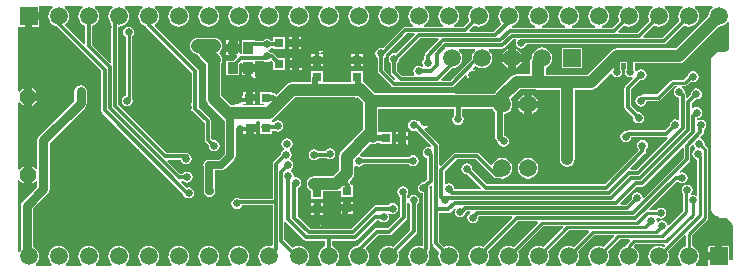
<source format=gbl>
G04 Layer_Physical_Order=2*
G04 Layer_Color=16711680*
%FSLAX24Y24*%
%MOIN*%
G70*
G01*
G75*
%ADD12R,0.0300X0.0300*%
%ADD24R,0.0300X0.0300*%
%ADD36C,0.0120*%
%ADD37C,0.0100*%
%ADD38C,0.0300*%
%ADD39C,0.0200*%
%ADD40C,0.0150*%
%ADD41C,0.0400*%
%ADD42C,0.0250*%
%ADD45C,0.0551*%
%ADD46C,0.0591*%
%ADD47R,0.0591X0.0591*%
%ADD48C,0.0250*%
%ADD49C,0.0260*%
%ADD50R,0.0335X0.0394*%
%ADD51C,0.0450*%
G36*
X22388Y4044D02*
Y3723D01*
X21071Y2407D01*
X21017Y2423D01*
X21010Y2460D01*
X20970Y2520D01*
X20910Y2560D01*
X20840Y2574D01*
X20770Y2560D01*
X20710Y2520D01*
X20670Y2460D01*
X20656Y2390D01*
X20661Y2369D01*
X20464Y2172D01*
X20306D01*
X20287Y2218D01*
X20836Y2768D01*
X21000D01*
X21000Y2768D01*
X21042Y2776D01*
X21079Y2801D01*
X22342Y4063D01*
X22388Y4044D01*
D02*
G37*
G36*
X22737Y4148D02*
X22740Y4130D01*
X22780Y4070D01*
X22782Y4069D01*
X22785Y4053D01*
X22778Y4012D01*
X22730Y3980D01*
X22690Y3920D01*
X22676Y3850D01*
X22690Y3780D01*
X22730Y3720D01*
X22790Y3680D01*
X22848Y3669D01*
Y2494D01*
X22798Y2468D01*
X22780Y2480D01*
X22710Y2494D01*
X22673Y2486D01*
X22670Y2489D01*
X22648Y2532D01*
X22680Y2580D01*
X22694Y2650D01*
X22680Y2720D01*
X22640Y2780D01*
X22580Y2820D01*
X22510Y2834D01*
X22440Y2820D01*
X22380Y2780D01*
X22340Y2720D01*
X22326Y2650D01*
X22340Y2580D01*
X22378Y2524D01*
Y1952D01*
X21911Y1486D01*
X21857Y1502D01*
X21850Y1540D01*
X21810Y1600D01*
X21750Y1640D01*
X21680Y1654D01*
X21610Y1640D01*
X21550Y1600D01*
X21536Y1579D01*
X21489Y1599D01*
X21494Y1620D01*
X21481Y1685D01*
X21482Y1694D01*
X21508Y1738D01*
X21517Y1739D01*
X21560Y1710D01*
X21630Y1696D01*
X21700Y1710D01*
X21760Y1750D01*
X21800Y1810D01*
X21814Y1880D01*
X21800Y1950D01*
X21760Y2010D01*
X21700Y2050D01*
X21630Y2064D01*
X21560Y2050D01*
X21500Y2010D01*
X21482Y1982D01*
X21270D01*
X21250Y2028D01*
X22154Y2932D01*
X22210Y2930D01*
X22270Y2890D01*
X22340Y2876D01*
X22410Y2890D01*
X22470Y2930D01*
X22510Y2990D01*
X22524Y3060D01*
X22510Y3130D01*
X22470Y3190D01*
X22410Y3230D01*
X22340Y3244D01*
X22285Y3233D01*
X22261Y3279D01*
X22579Y3597D01*
X22579Y3597D01*
X22604Y3634D01*
X22612Y3677D01*
Y4094D01*
X22683Y4164D01*
X22737Y4148D01*
D02*
G37*
G36*
X13222Y2237D02*
X13260Y2180D01*
X13278Y2168D01*
Y1326D01*
X12712Y761D01*
X12650Y786D01*
X12560Y798D01*
X12470Y786D01*
X12386Y752D01*
X12314Y696D01*
X12258Y624D01*
X12224Y540D01*
X12212Y450D01*
X12224Y360D01*
X12258Y276D01*
X12314Y204D01*
X12332Y190D01*
X12315Y140D01*
X11805D01*
X11788Y190D01*
X11806Y204D01*
X11862Y276D01*
X11896Y360D01*
X11908Y450D01*
X11896Y540D01*
X11862Y624D01*
X11806Y696D01*
X11802Y700D01*
X11798Y750D01*
X12206Y1158D01*
X12580D01*
X12580Y1158D01*
X12623Y1166D01*
X12659Y1191D01*
X13139Y1671D01*
X13139Y1671D01*
X13164Y1707D01*
X13172Y1750D01*
X13172Y1750D01*
Y2217D01*
X13218Y2238D01*
X13222Y2237D01*
D02*
G37*
G36*
X14802Y2033D02*
X14780Y2000D01*
X14766Y1930D01*
X14780Y1860D01*
X14820Y1800D01*
X14880Y1760D01*
X14950Y1746D01*
X15020Y1760D01*
X15080Y1800D01*
X15120Y1860D01*
X15130Y1911D01*
X15166Y1948D01*
X15257D01*
X15272Y1898D01*
X15230Y1870D01*
X15190Y1810D01*
X15176Y1740D01*
X15190Y1670D01*
X15230Y1610D01*
X15290Y1570D01*
X15360Y1556D01*
X15430Y1570D01*
X15490Y1610D01*
X15530Y1670D01*
X15544Y1740D01*
X15584Y1778D01*
X16664D01*
X16683Y1732D01*
X15712Y761D01*
X15650Y786D01*
X15560Y798D01*
X15470Y786D01*
X15386Y752D01*
X15314Y696D01*
X15258Y624D01*
X15224Y540D01*
X15212Y450D01*
X15224Y360D01*
X15258Y276D01*
X15314Y204D01*
X15332Y190D01*
X15315Y140D01*
X14805D01*
X14788Y190D01*
X14806Y204D01*
X14862Y276D01*
X14896Y360D01*
X14908Y450D01*
X14896Y540D01*
X14862Y624D01*
X14806Y696D01*
X14734Y752D01*
X14650Y786D01*
X14560Y798D01*
X14470Y786D01*
X14408Y761D01*
X14242Y926D01*
Y1898D01*
X14550D01*
X14550Y1898D01*
X14593Y1906D01*
X14629Y1931D01*
X14764Y2065D01*
X14802Y2033D01*
D02*
G37*
G36*
X15439Y7318D02*
X15424Y7306D01*
X15368Y7234D01*
X15334Y7150D01*
X15322Y7060D01*
X15328Y7016D01*
X14614Y6302D01*
X14336D01*
X14317Y6348D01*
X14682Y6713D01*
X14760Y6724D01*
X14844Y6758D01*
X14916Y6814D01*
X14972Y6886D01*
X15006Y6970D01*
X15018Y7060D01*
X15006Y7150D01*
X14972Y7234D01*
X14916Y7306D01*
X14901Y7318D01*
X14918Y7368D01*
X15422D01*
X15439Y7318D01*
D02*
G37*
G36*
X13423Y7832D02*
X12802Y7211D01*
X12740Y7224D01*
X12670Y7210D01*
X12610Y7170D01*
X12570Y7110D01*
X12556Y7040D01*
X12570Y6970D01*
X12610Y6910D01*
X12628Y6898D01*
Y6580D01*
X12628Y6580D01*
X12636Y6537D01*
X12661Y6501D01*
X12777Y6384D01*
X12761Y6330D01*
X12751Y6328D01*
X12412Y6666D01*
Y7068D01*
X12430Y7080D01*
X12470Y7140D01*
X12480Y7191D01*
X13166Y7878D01*
X13404D01*
X13423Y7832D01*
D02*
G37*
G36*
X2358Y8730D02*
X2314Y8696D01*
X2258Y8624D01*
X2224Y8540D01*
X2212Y8450D01*
X2224Y8360D01*
X2258Y8276D01*
X2314Y8204D01*
X2386Y8148D01*
X2448Y8123D01*
Y7536D01*
X2402Y7517D01*
X1781Y8137D01*
X1785Y8187D01*
X1806Y8204D01*
X1862Y8276D01*
X1896Y8360D01*
X1908Y8450D01*
X1896Y8540D01*
X1862Y8624D01*
X1806Y8696D01*
X1762Y8730D01*
X1779Y8780D01*
X2341D01*
X2358Y8730D01*
D02*
G37*
G36*
X14233Y7662D02*
X13781Y7210D01*
X13756Y7173D01*
X13748Y7130D01*
X13748Y7130D01*
Y7048D01*
X13730Y7036D01*
X13690Y6977D01*
X13676Y6906D01*
X13690Y6836D01*
X13719Y6794D01*
X13683Y6757D01*
X13640Y6786D01*
X13570Y6800D01*
X13500Y6786D01*
X13440Y6746D01*
X13400Y6687D01*
X13386Y6616D01*
X13400Y6546D01*
X13417Y6522D01*
X13390Y6472D01*
X13006D01*
X12852Y6626D01*
Y6898D01*
X12870Y6910D01*
X12910Y6970D01*
X12917Y7009D01*
X13616Y7708D01*
X14213D01*
X14233Y7662D01*
D02*
G37*
G36*
X3358Y8730D02*
X3314Y8696D01*
X3258Y8624D01*
X3224Y8540D01*
X3212Y8450D01*
X3224Y8360D01*
X3258Y8276D01*
X3314Y8204D01*
X3318Y8201D01*
Y6915D01*
X3272Y6896D01*
X2672Y7496D01*
Y8123D01*
X2734Y8148D01*
X2806Y8204D01*
X2862Y8276D01*
X2896Y8360D01*
X2908Y8450D01*
X2896Y8540D01*
X2862Y8624D01*
X2806Y8696D01*
X2762Y8730D01*
X2779Y8780D01*
X3341D01*
X3358Y8730D01*
D02*
G37*
G36*
X20598Y962D02*
X20488Y852D01*
X20466Y819D01*
X20458Y782D01*
X20386Y752D01*
X20314Y696D01*
X20258Y624D01*
X20224Y540D01*
X20212Y450D01*
X20224Y360D01*
X20258Y276D01*
X20314Y204D01*
X20332Y190D01*
X20315Y140D01*
X19805D01*
X19788Y190D01*
X19806Y204D01*
X19862Y276D01*
X19896Y360D01*
X19908Y450D01*
X19896Y540D01*
X19866Y612D01*
X20262Y1008D01*
X20579D01*
X20598Y962D01*
D02*
G37*
G36*
X22458Y1133D02*
Y781D01*
X22386Y752D01*
X22314Y696D01*
X22258Y624D01*
X22224Y540D01*
X22212Y450D01*
X22224Y360D01*
X22258Y276D01*
X22314Y204D01*
X22332Y190D01*
X22315Y140D01*
X21805D01*
X21788Y190D01*
X21806Y204D01*
X21862Y276D01*
X21896Y360D01*
X21908Y450D01*
X21896Y540D01*
X21866Y612D01*
X22408Y1154D01*
X22458Y1133D01*
D02*
G37*
G36*
X9733Y999D02*
X9733Y999D01*
X9769Y974D01*
X9812Y966D01*
X9812Y966D01*
X10448D01*
Y777D01*
X10386Y752D01*
X10314Y696D01*
X10258Y624D01*
X10224Y540D01*
X10212Y450D01*
X10224Y360D01*
X10258Y276D01*
X10314Y204D01*
X10332Y190D01*
X10315Y140D01*
X9805D01*
X9788Y190D01*
X9806Y204D01*
X9862Y276D01*
X9896Y360D01*
X9908Y450D01*
X9896Y540D01*
X9862Y624D01*
X9806Y696D01*
X9734Y752D01*
X9650Y786D01*
X9560Y798D01*
X9470Y786D01*
X9386Y752D01*
X9358Y730D01*
X9082Y1006D01*
Y1583D01*
X9126Y1599D01*
X9132Y1599D01*
X9733Y999D01*
D02*
G37*
G36*
X14018Y2804D02*
Y880D01*
X14018Y880D01*
X14026Y837D01*
X14051Y801D01*
X14249Y602D01*
X14224Y540D01*
X14212Y450D01*
X14224Y360D01*
X14258Y276D01*
X14314Y204D01*
X14332Y190D01*
X14315Y140D01*
X13805D01*
X13788Y190D01*
X13806Y204D01*
X13862Y276D01*
X13896Y360D01*
X13908Y450D01*
X13896Y540D01*
X13871Y602D01*
X13889Y621D01*
X13889Y621D01*
X13914Y657D01*
X13922Y700D01*
Y2730D01*
X13915Y2766D01*
X13972Y2823D01*
X14018Y2804D01*
D02*
G37*
G36*
X21768Y802D02*
X21722Y756D01*
X21650Y786D01*
X21560Y798D01*
X21470Y786D01*
X21386Y752D01*
X21314Y696D01*
X21258Y624D01*
X21224Y540D01*
X21212Y450D01*
X21224Y360D01*
X21258Y276D01*
X21314Y204D01*
X21332Y190D01*
X21315Y140D01*
X20805D01*
X20788Y190D01*
X20806Y204D01*
X20862Y276D01*
X20896Y360D01*
X20908Y450D01*
X20896Y540D01*
X20862Y624D01*
X20806Y696D01*
X20741Y746D01*
X20728Y782D01*
X20724Y800D01*
X20772Y848D01*
X21749D01*
X21768Y802D01*
D02*
G37*
G36*
X19228Y1262D02*
X18722Y756D01*
X18650Y786D01*
X18560Y798D01*
X18470Y786D01*
X18386Y752D01*
X18314Y696D01*
X18258Y624D01*
X18224Y540D01*
X18212Y450D01*
X18224Y360D01*
X18258Y276D01*
X18314Y204D01*
X18332Y190D01*
X18315Y140D01*
X17805D01*
X17788Y190D01*
X17806Y204D01*
X17862Y276D01*
X17896Y360D01*
X17908Y450D01*
X17896Y540D01*
X17866Y612D01*
X18562Y1308D01*
X19209D01*
X19228Y1262D01*
D02*
G37*
G36*
X20078Y1112D02*
X19722Y756D01*
X19650Y786D01*
X19560Y798D01*
X19470Y786D01*
X19386Y752D01*
X19314Y696D01*
X19258Y624D01*
X19224Y540D01*
X19212Y450D01*
X19224Y360D01*
X19258Y276D01*
X19314Y204D01*
X19332Y190D01*
X19315Y140D01*
X18805D01*
X18788Y190D01*
X18806Y204D01*
X18862Y276D01*
X18896Y360D01*
X18908Y450D01*
X18896Y540D01*
X18866Y612D01*
X19412Y1158D01*
X20059D01*
X20078Y1112D01*
D02*
G37*
G36*
X17527Y1562D02*
X16722Y756D01*
X16650Y786D01*
X16560Y798D01*
X16470Y786D01*
X16386Y752D01*
X16314Y696D01*
X16258Y624D01*
X16224Y540D01*
X16212Y450D01*
X16224Y360D01*
X16258Y276D01*
X16314Y204D01*
X16332Y190D01*
X16315Y140D01*
X15805D01*
X15788Y190D01*
X15806Y204D01*
X15862Y276D01*
X15896Y360D01*
X15908Y450D01*
X15896Y540D01*
X15871Y602D01*
X16876Y1608D01*
X17508D01*
X17527Y1562D01*
D02*
G37*
G36*
X18378Y1412D02*
X17722Y756D01*
X17650Y786D01*
X17560Y798D01*
X17470Y786D01*
X17386Y752D01*
X17314Y696D01*
X17258Y624D01*
X17224Y540D01*
X17212Y450D01*
X17224Y360D01*
X17258Y276D01*
X17314Y204D01*
X17332Y190D01*
X17315Y140D01*
X16805D01*
X16788Y190D01*
X16806Y204D01*
X16862Y276D01*
X16896Y360D01*
X16908Y450D01*
X16896Y540D01*
X16866Y612D01*
X17712Y1458D01*
X18359D01*
X18378Y1412D01*
D02*
G37*
G36*
X20358Y8730D02*
X20314Y8696D01*
X20258Y8624D01*
X20224Y8540D01*
X20212Y8450D01*
X20224Y8360D01*
X20249Y8298D01*
X20024Y8072D01*
X19681D01*
X19671Y8122D01*
X19734Y8148D01*
X19806Y8204D01*
X19862Y8276D01*
X19896Y8360D01*
X19908Y8450D01*
X19896Y8540D01*
X19862Y8624D01*
X19806Y8696D01*
X19762Y8730D01*
X19779Y8780D01*
X20341D01*
X20358Y8730D01*
D02*
G37*
G36*
X16358D02*
X16314Y8696D01*
X16258Y8624D01*
X16224Y8540D01*
X16212Y8450D01*
X16224Y8360D01*
X16258Y8276D01*
X16314Y8204D01*
X16315Y8184D01*
X16064Y7932D01*
X15266D01*
X15247Y7978D01*
X15408Y8139D01*
X15470Y8114D01*
X15560Y8102D01*
X15650Y8114D01*
X15734Y8148D01*
X15806Y8204D01*
X15862Y8276D01*
X15896Y8360D01*
X15908Y8450D01*
X15896Y8540D01*
X15862Y8624D01*
X15806Y8696D01*
X15762Y8730D01*
X15779Y8780D01*
X16341D01*
X16358Y8730D01*
D02*
G37*
G36*
X21358D02*
X21314Y8696D01*
X21258Y8624D01*
X21224Y8540D01*
X21212Y8450D01*
X21224Y8360D01*
X21249Y8298D01*
X20854Y7902D01*
X20236D01*
X20217Y7948D01*
X20408Y8139D01*
X20470Y8114D01*
X20560Y8102D01*
X20650Y8114D01*
X20734Y8148D01*
X20806Y8204D01*
X20862Y8276D01*
X20896Y8360D01*
X20908Y8450D01*
X20896Y8540D01*
X20862Y8624D01*
X20806Y8696D01*
X20762Y8730D01*
X20779Y8780D01*
X21341D01*
X21358Y8730D01*
D02*
G37*
G36*
X17358D02*
X17314Y8696D01*
X17258Y8624D01*
X17224Y8540D01*
X17212Y8450D01*
X17224Y8360D01*
X17258Y8276D01*
X17314Y8204D01*
X17386Y8148D01*
X17449Y8122D01*
X17439Y8072D01*
X16681D01*
X16671Y8122D01*
X16734Y8148D01*
X16806Y8204D01*
X16862Y8276D01*
X16896Y8360D01*
X16908Y8450D01*
X16896Y8540D01*
X16862Y8624D01*
X16806Y8696D01*
X16762Y8730D01*
X16779Y8780D01*
X17341D01*
X17358Y8730D01*
D02*
G37*
G36*
X18358D02*
X18314Y8696D01*
X18258Y8624D01*
X18224Y8540D01*
X18212Y8450D01*
X18224Y8360D01*
X18258Y8276D01*
X18314Y8204D01*
X18386Y8148D01*
X18449Y8122D01*
X18439Y8072D01*
X17681D01*
X17671Y8122D01*
X17734Y8148D01*
X17806Y8204D01*
X17862Y8276D01*
X17896Y8360D01*
X17908Y8450D01*
X17896Y8540D01*
X17862Y8624D01*
X17806Y8696D01*
X17762Y8730D01*
X17779Y8780D01*
X18341D01*
X18358Y8730D01*
D02*
G37*
G36*
X19358D02*
X19314Y8696D01*
X19258Y8624D01*
X19224Y8540D01*
X19212Y8450D01*
X19224Y8360D01*
X19258Y8276D01*
X19314Y8204D01*
X19386Y8148D01*
X19449Y8122D01*
X19439Y8072D01*
X18681D01*
X18671Y8122D01*
X18734Y8148D01*
X18806Y8204D01*
X18862Y8276D01*
X18896Y8360D01*
X18908Y8450D01*
X18896Y8540D01*
X18862Y8624D01*
X18806Y8696D01*
X18762Y8730D01*
X18779Y8780D01*
X19341D01*
X19358Y8730D01*
D02*
G37*
G36*
X14358D02*
X14314Y8696D01*
X14258Y8624D01*
X14224Y8540D01*
X14212Y8450D01*
X14224Y8360D01*
X14258Y8276D01*
X14314Y8204D01*
X14381Y8152D01*
X14381Y8136D01*
X14367Y8102D01*
X13753D01*
X13739Y8136D01*
X13739Y8152D01*
X13806Y8204D01*
X13862Y8276D01*
X13896Y8360D01*
X13908Y8450D01*
X13896Y8540D01*
X13862Y8624D01*
X13806Y8696D01*
X13762Y8730D01*
X13779Y8780D01*
X14341D01*
X14358Y8730D01*
D02*
G37*
G36*
X15358D02*
X15314Y8696D01*
X15258Y8624D01*
X15224Y8540D01*
X15212Y8450D01*
X15224Y8360D01*
X15249Y8298D01*
X15054Y8102D01*
X14753D01*
X14739Y8136D01*
X14739Y8152D01*
X14806Y8204D01*
X14862Y8276D01*
X14896Y8360D01*
X14908Y8450D01*
X14896Y8540D01*
X14862Y8624D01*
X14806Y8696D01*
X14762Y8730D01*
X14779Y8780D01*
X15341D01*
X15358Y8730D01*
D02*
G37*
G36*
X23358D02*
X23314Y8696D01*
X23258Y8624D01*
X23224Y8540D01*
X23214Y8464D01*
X22134Y7385D01*
X20180D01*
X20082Y7365D01*
X20000Y7310D01*
X19194Y6505D01*
X17795D01*
Y6738D01*
X17844Y6758D01*
X17916Y6814D01*
X17972Y6886D01*
X18006Y6970D01*
X18018Y7060D01*
X18006Y7150D01*
X17972Y7234D01*
X17916Y7306D01*
X17844Y7362D01*
X17760Y7396D01*
X17670Y7408D01*
X17580Y7396D01*
X17496Y7362D01*
X17424Y7306D01*
X17368Y7234D01*
X17334Y7150D01*
X17322Y7060D01*
X17322Y7054D01*
X17305Y7028D01*
X17285Y6930D01*
Y6525D01*
X16830D01*
X16732Y6505D01*
X16650Y6450D01*
X16130Y5930D01*
X16086Y5865D01*
X14810D01*
X14760Y5875D01*
X12116D01*
X11800Y6190D01*
X11720Y6244D01*
Y6630D01*
X11320D01*
Y6255D01*
X10370D01*
Y6630D01*
X9970D01*
Y6395D01*
X9967Y6380D01*
Y6255D01*
X9340D01*
X9242Y6235D01*
X9160Y6180D01*
X8813Y5833D01*
X8798Y5848D01*
X8749Y5881D01*
X8690Y5893D01*
X8670D01*
Y5940D01*
X8270D01*
Y5540D01*
X8413D01*
X8438Y5490D01*
X8427Y5475D01*
X7740D01*
X7711Y5525D01*
X7720Y5540D01*
X7720Y5540D01*
X7720Y5540D01*
X7795D01*
Y5740D01*
Y5940D01*
X7720D01*
Y5818D01*
X7705Y5808D01*
X7675Y5798D01*
Y5660D01*
X7550D01*
Y5535D01*
X7417D01*
X7420Y5530D01*
X7428Y5525D01*
X7413Y5475D01*
X7316D01*
X6985Y5806D01*
Y6887D01*
X6998Y6918D01*
X7007Y6990D01*
X6998Y7062D01*
X6970Y7129D01*
X6926Y7186D01*
X6919Y7193D01*
X6922Y7243D01*
X6934Y7253D01*
X6978Y7310D01*
X7006Y7377D01*
X7016Y7449D01*
X7006Y7521D01*
X6978Y7587D01*
X6934Y7645D01*
X6877Y7689D01*
X6810Y7717D01*
X6738Y7726D01*
X6208D01*
X6136Y7717D01*
X6070Y7689D01*
X6012Y7645D01*
X5968Y7587D01*
X5940Y7521D01*
X5931Y7449D01*
X5940Y7377D01*
X5968Y7310D01*
X6012Y7253D01*
X6070Y7209D01*
X6136Y7181D01*
X6205Y7172D01*
X6230Y7111D01*
X6274Y7054D01*
X6475Y6853D01*
Y5700D01*
X6495Y5602D01*
X6550Y5520D01*
X7100Y4970D01*
X7102Y4969D01*
Y3864D01*
X6906Y3668D01*
X6586D01*
X6560Y3674D01*
X6490Y3660D01*
X6430Y3620D01*
X6390Y3560D01*
X6376Y3490D01*
X6390Y3420D01*
X6402Y3403D01*
Y2620D01*
X6415Y2552D01*
X6419Y2546D01*
X6420Y2540D01*
X6460Y2480D01*
X6520Y2440D01*
X6590Y2426D01*
X6660Y2440D01*
X6720Y2480D01*
X6760Y2540D01*
X6774Y2610D01*
X6760Y2680D01*
X6758Y2682D01*
Y3312D01*
X6980D01*
X7048Y3325D01*
X7106Y3364D01*
X7406Y3664D01*
X7445Y3722D01*
X7458Y3790D01*
Y4491D01*
X7465Y4495D01*
Y4680D01*
X7715D01*
Y4528D01*
X7730Y4530D01*
X7730Y4530D01*
X7730Y4530D01*
X7805D01*
Y4730D01*
X7930D01*
Y4855D01*
X8130D01*
Y4930D01*
X8165Y4965D01*
X8245D01*
X8280Y4930D01*
X8280Y4915D01*
Y4798D01*
X8276Y4793D01*
X8268Y4750D01*
X8276Y4707D01*
X8280Y4702D01*
Y4530D01*
X8680D01*
Y4638D01*
X8764D01*
X8790Y4620D01*
X8860Y4606D01*
X8930Y4620D01*
X8990Y4660D01*
X9030Y4720D01*
X9044Y4790D01*
X9030Y4860D01*
X8990Y4920D01*
X8930Y4960D01*
X8860Y4974D01*
X8790Y4960D01*
X8730Y4920D01*
X8730Y4919D01*
X8680Y4930D01*
D01*
X8668Y4936D01*
X8664Y4955D01*
X8667Y4991D01*
X8740Y5040D01*
X9446Y5745D01*
X11437D01*
X11480Y5736D01*
X11523Y5745D01*
X11524D01*
X11705Y5564D01*
Y4676D01*
X10980Y3950D01*
X10925Y3868D01*
X10905Y3770D01*
Y3316D01*
X10708Y3119D01*
X10076D01*
X9979Y3099D01*
X9896Y3044D01*
X9841Y2961D01*
X9821Y2864D01*
X9841Y2766D01*
X9896Y2683D01*
X9979Y2628D01*
X9980Y2628D01*
Y2360D01*
X10380D01*
Y2609D01*
X10814D01*
X10911Y2628D01*
X10926Y2638D01*
X10970Y2614D01*
Y2420D01*
X11370D01*
Y2820D01*
X11297D01*
X11288Y2869D01*
X11263Y2906D01*
X11264Y2910D01*
X11256Y2946D01*
X11340Y3030D01*
X11395Y3112D01*
X11415Y3210D01*
Y3440D01*
X11465Y3467D01*
X11490Y3450D01*
X11560Y3436D01*
X11630Y3450D01*
X11690Y3490D01*
X11715Y3528D01*
X13238D01*
X13250Y3510D01*
X13310Y3470D01*
X13380Y3456D01*
X13450Y3470D01*
X13510Y3510D01*
X13550Y3570D01*
X13564Y3640D01*
X13550Y3710D01*
X13510Y3770D01*
X13450Y3810D01*
X13380Y3824D01*
X13310Y3810D01*
X13250Y3770D01*
X13238Y3752D01*
X11686D01*
X11630Y3790D01*
X11614Y3793D01*
X11598Y3847D01*
X11948Y4197D01*
X11960Y4195D01*
X11962Y4196D01*
X11970Y4190D01*
X12040Y4176D01*
X12110Y4190D01*
X12170Y4230D01*
X12174Y4237D01*
X12260D01*
Y4190D01*
X12660D01*
Y4590D01*
X12260D01*
X12260Y4590D01*
Y4590D01*
X12260Y4590D01*
X12215Y4602D01*
Y5365D01*
X14720D01*
X14743Y5361D01*
Y5141D01*
X14740Y5140D01*
X14700Y5080D01*
X14686Y5010D01*
X14700Y4940D01*
X14740Y4880D01*
X14800Y4840D01*
X14870Y4826D01*
X14940Y4840D01*
X15000Y4880D01*
X15040Y4940D01*
X15054Y5010D01*
X15040Y5080D01*
X15000Y5140D01*
X14997Y5141D01*
Y5355D01*
X16029D01*
X16035Y5339D01*
X16091Y5267D01*
X16114Y5249D01*
Y4403D01*
X16126Y4345D01*
X16159Y4295D01*
X16215Y4239D01*
X16220Y4210D01*
X16260Y4150D01*
X16320Y4110D01*
X16390Y4096D01*
X16460Y4110D01*
X16520Y4150D01*
X16560Y4210D01*
X16574Y4280D01*
X16560Y4350D01*
X16520Y4410D01*
X16460Y4450D01*
X16431Y4455D01*
X16420Y4466D01*
Y5176D01*
X16427Y5177D01*
X16511Y5211D01*
X16583Y5267D01*
X16639Y5339D01*
X16673Y5423D01*
X16685Y5513D01*
X16673Y5603D01*
X16639Y5687D01*
X16625Y5705D01*
X16935Y6015D01*
X17442D01*
X17442Y6015D01*
X17540Y5995D01*
X18255D01*
Y3680D01*
X18275Y3582D01*
X18330Y3500D01*
X18412Y3444D01*
X18510Y3425D01*
X18608Y3444D01*
X18690Y3500D01*
X18745Y3582D01*
X18765Y3680D01*
Y5995D01*
X19300D01*
X19398Y6015D01*
X19480Y6070D01*
X19943Y6532D01*
X19999Y6517D01*
X20030Y6470D01*
X20090Y6430D01*
X20160Y6416D01*
X20230Y6430D01*
X20290Y6470D01*
X20330Y6530D01*
X20344Y6600D01*
X20330Y6670D01*
X20313Y6695D01*
Y6875D01*
X20467D01*
Y6710D01*
X20440Y6670D01*
X20426Y6600D01*
X20440Y6530D01*
X20480Y6470D01*
X20540Y6430D01*
X20610Y6416D01*
X20669Y6428D01*
X20698Y6388D01*
X20698Y6387D01*
X20451Y6139D01*
X20426Y6103D01*
X20418Y6060D01*
X20418Y6060D01*
Y5430D01*
X20418Y5430D01*
X20426Y5387D01*
X20451Y5351D01*
X20711Y5091D01*
X20706Y5070D01*
X20720Y5000D01*
X20760Y4940D01*
X20820Y4900D01*
X20890Y4886D01*
X20960Y4900D01*
X21020Y4940D01*
X21060Y5000D01*
X21074Y5070D01*
X21060Y5140D01*
X21020Y5200D01*
X20960Y5240D01*
X20890Y5254D01*
X20869Y5249D01*
X20642Y5476D01*
Y6014D01*
X20949Y6321D01*
X20970Y6316D01*
X21040Y6330D01*
X21100Y6370D01*
X21140Y6430D01*
X21154Y6500D01*
X21140Y6570D01*
X21100Y6630D01*
X21040Y6670D01*
X20970Y6684D01*
X20900Y6670D01*
X20840Y6630D01*
X20839Y6628D01*
X20786Y6638D01*
X20780Y6670D01*
X20773Y6680D01*
Y6875D01*
X22240D01*
X22338Y6895D01*
X22420Y6950D01*
X23574Y8104D01*
X23650Y8114D01*
X23734Y8148D01*
X23806Y8204D01*
X23860Y8274D01*
X23865Y8274D01*
X23910Y8258D01*
Y7360D01*
X23856Y7306D01*
X23830Y7295D01*
X23730Y7270D01*
X23700Y7261D01*
X23680Y7258D01*
X23630Y7258D01*
Y7258D01*
X23543Y7246D01*
X23461Y7213D01*
X23391Y7159D01*
X23337Y7089D01*
X23304Y7007D01*
X23292Y6920D01*
X23294D01*
Y2129D01*
X23297Y2114D01*
X23309Y2023D01*
X23349Y1924D01*
X23414Y1840D01*
X23499Y1775D01*
X23597Y1734D01*
X23703Y1720D01*
Y1720D01*
X23705Y1721D01*
X23795Y1710D01*
X23880Y1674D01*
X23953Y1618D01*
X24009Y1545D01*
X24040Y1470D01*
X24040Y1470D01*
X24040Y340D01*
X23910D01*
X23905Y388D01*
Y795D01*
X23685D01*
Y450D01*
X23560D01*
Y325D01*
X23215D01*
Y140D01*
X22805D01*
X22788Y190D01*
X22806Y204D01*
X22862Y276D01*
X22896Y360D01*
X22908Y450D01*
X22896Y540D01*
X22862Y624D01*
X22806Y696D01*
X22734Y752D01*
X22662Y781D01*
Y1138D01*
X23172Y1648D01*
X23194Y1681D01*
X23202Y1720D01*
Y4010D01*
X23194Y4049D01*
X23172Y4082D01*
X23087Y4167D01*
X23094Y4200D01*
X23080Y4270D01*
X23040Y4330D01*
X22980Y4370D01*
X22962Y4373D01*
X22946Y4427D01*
X23029Y4511D01*
X23029Y4511D01*
X23054Y4547D01*
X23062Y4590D01*
X23062Y4590D01*
Y4672D01*
X23090Y4690D01*
X23130Y4750D01*
X23144Y4820D01*
X23130Y4890D01*
X23090Y4950D01*
X23030Y4990D01*
X22960Y5004D01*
X22890Y4990D01*
X22876Y4981D01*
X22832Y5004D01*
Y5057D01*
X22900Y5070D01*
X22960Y5110D01*
X23000Y5170D01*
X23014Y5240D01*
X23000Y5310D01*
X22960Y5370D01*
X22900Y5410D01*
X22830Y5424D01*
X22760Y5410D01*
X22712Y5378D01*
X22662Y5396D01*
Y5544D01*
X22799Y5681D01*
X22820Y5676D01*
X22890Y5690D01*
X22950Y5730D01*
X22990Y5790D01*
X23004Y5860D01*
X22990Y5930D01*
X22950Y5990D01*
X22890Y6030D01*
X22820Y6044D01*
X22750Y6030D01*
X22690Y5990D01*
X22650Y5930D01*
X22636Y5860D01*
X22641Y5839D01*
X22518Y5717D01*
X22472Y5736D01*
Y5810D01*
X22464Y5853D01*
X22439Y5889D01*
X22439Y5889D01*
X22429Y5899D01*
X22434Y5920D01*
X22420Y5990D01*
X22380Y6050D01*
X22330Y6083D01*
X22338Y6133D01*
X22435D01*
X22474Y6141D01*
X22507Y6163D01*
X22625Y6281D01*
X22640Y6270D01*
X22710Y6256D01*
X22780Y6270D01*
X22840Y6310D01*
X22880Y6370D01*
X22894Y6440D01*
X22880Y6510D01*
X22840Y6570D01*
X22780Y6610D01*
X22710Y6624D01*
X22640Y6610D01*
X22580Y6570D01*
X22540Y6510D01*
X22534Y6478D01*
X22393Y6337D01*
X22035D01*
X21996Y6329D01*
X21963Y6307D01*
X21498Y5842D01*
X21050D01*
X21011Y5834D01*
X20978Y5812D01*
X20969Y5803D01*
X20900Y5790D01*
X20840Y5750D01*
X20800Y5690D01*
X20786Y5620D01*
X20800Y5550D01*
X20840Y5490D01*
X20900Y5450D01*
X20970Y5436D01*
X21040Y5450D01*
X21100Y5490D01*
X21140Y5550D01*
X21154Y5620D01*
X21168Y5638D01*
X21540D01*
X21579Y5646D01*
X21612Y5668D01*
X22077Y6133D01*
X22162D01*
X22170Y6083D01*
X22120Y6050D01*
X22080Y5990D01*
X22066Y5920D01*
X22080Y5850D01*
X22120Y5790D01*
X22180Y5750D01*
X22248Y5737D01*
Y5014D01*
X22204Y4991D01*
X22190Y5000D01*
X22120Y5014D01*
X22050Y5000D01*
X21990Y4960D01*
X21950Y4900D01*
X21936Y4830D01*
X21941Y4809D01*
X21774Y4642D01*
X20550D01*
X20507Y4634D01*
X20485Y4619D01*
X20460Y4624D01*
X20390Y4610D01*
X20330Y4570D01*
X20290Y4510D01*
X20276Y4440D01*
X20290Y4370D01*
X20330Y4310D01*
X20390Y4270D01*
X20460Y4256D01*
X20530Y4270D01*
X20590Y4310D01*
X20630Y4370D01*
X20639Y4418D01*
X21820D01*
X21820Y4418D01*
X21829Y4420D01*
X21854Y4374D01*
X20812Y3332D01*
X20636D01*
X20616Y3378D01*
X21099Y3861D01*
X21099Y3861D01*
X21124Y3898D01*
X21132Y3941D01*
Y3998D01*
X21150Y4010D01*
X21190Y4070D01*
X21204Y4140D01*
X21190Y4210D01*
X21150Y4270D01*
X21090Y4310D01*
X21020Y4324D01*
X20950Y4310D01*
X20890Y4270D01*
X20850Y4210D01*
X20836Y4140D01*
X20850Y4070D01*
X20890Y4010D01*
X20879Y3958D01*
X19773Y2852D01*
X15836D01*
X15339Y3349D01*
X15344Y3370D01*
X15330Y3440D01*
X15290Y3500D01*
X15230Y3540D01*
X15160Y3554D01*
X15090Y3540D01*
X15030Y3500D01*
X14990Y3440D01*
X14976Y3370D01*
X14990Y3300D01*
X15030Y3240D01*
X15090Y3200D01*
X15160Y3186D01*
X15181Y3191D01*
X15643Y2728D01*
X15624Y2682D01*
X14750D01*
X14744Y2690D01*
X14730Y2760D01*
X14690Y2820D01*
X14630Y2860D01*
X14560Y2874D01*
X14490Y2860D01*
X14476Y2851D01*
X14432Y2874D01*
Y3284D01*
X14826Y3678D01*
X15464D01*
X16064Y3078D01*
X16064Y3078D01*
X16100Y3053D01*
X16143Y3045D01*
X16143Y3045D01*
X16267D01*
X16276Y3047D01*
X16337Y3039D01*
X16427Y3051D01*
X16511Y3085D01*
X16583Y3141D01*
X16639Y3213D01*
X16673Y3297D01*
X16685Y3387D01*
X16673Y3477D01*
X16639Y3561D01*
X16583Y3633D01*
X16511Y3689D01*
X16427Y3723D01*
X16337Y3735D01*
X16247Y3723D01*
X16163Y3689D01*
X16091Y3633D01*
X16035Y3561D01*
X16016Y3514D01*
X15957Y3502D01*
X15589Y3869D01*
X15553Y3894D01*
X15510Y3902D01*
X15510Y3902D01*
X14780D01*
X14737Y3894D01*
X14701Y3869D01*
X14701Y3869D01*
X14288Y3457D01*
X14242Y3476D01*
Y4140D01*
X14242Y4140D01*
X14234Y4183D01*
X14209Y4219D01*
X14209Y4219D01*
X13751Y4678D01*
X13767Y4732D01*
X13810Y4740D01*
X13870Y4780D01*
X13873Y4785D01*
X13740D01*
Y4910D01*
X13615D01*
Y5043D01*
X13610Y5040D01*
X13570Y4980D01*
X13566Y4960D01*
X13546Y4951D01*
X13512Y4945D01*
X13460Y4980D01*
X13390Y4994D01*
X13320Y4980D01*
X13260Y4940D01*
X13220Y4880D01*
X13206Y4810D01*
X13220Y4740D01*
X13260Y4680D01*
X13320Y4640D01*
X13390Y4626D01*
X13460Y4640D01*
X13467Y4645D01*
X13988Y4124D01*
X13987Y4115D01*
X13979Y4108D01*
X13931Y4083D01*
X13880Y4094D01*
X13810Y4080D01*
X13750Y4040D01*
X13710Y3980D01*
X13696Y3910D01*
X13710Y3840D01*
X13750Y3780D01*
X13810Y3740D01*
X13848Y3733D01*
Y3016D01*
X13741Y2909D01*
X13720Y2914D01*
X13650Y2900D01*
X13590Y2860D01*
X13550Y2800D01*
X13536Y2730D01*
X13550Y2660D01*
X13590Y2600D01*
X13650Y2560D01*
X13698Y2551D01*
Y812D01*
X13661Y787D01*
X13648Y787D01*
X13560Y798D01*
X13470Y786D01*
X13386Y752D01*
X13314Y696D01*
X13258Y624D01*
X13224Y540D01*
X13212Y450D01*
X13224Y360D01*
X13258Y276D01*
X13314Y204D01*
X13332Y190D01*
X13315Y140D01*
X12805D01*
X12788Y190D01*
X12806Y204D01*
X12862Y276D01*
X12896Y360D01*
X12908Y450D01*
X12896Y540D01*
X12871Y602D01*
X13469Y1201D01*
X13469Y1201D01*
X13494Y1237D01*
X13502Y1280D01*
Y2168D01*
X13520Y2180D01*
X13560Y2240D01*
X13574Y2310D01*
X13560Y2380D01*
X13520Y2440D01*
X13460Y2480D01*
X13390Y2494D01*
X13320Y2480D01*
X13260Y2440D01*
X13222Y2383D01*
X13218Y2382D01*
X13172Y2403D01*
Y2489D01*
X13200Y2530D01*
X13214Y2600D01*
X13200Y2670D01*
X13160Y2730D01*
X13100Y2770D01*
X13030Y2784D01*
X12960Y2770D01*
X12900Y2730D01*
X12860Y2670D01*
X12846Y2600D01*
X12860Y2530D01*
X12900Y2470D01*
X12948Y2438D01*
Y1796D01*
X12534Y1382D01*
X12160D01*
X12160Y1382D01*
X12117Y1374D01*
X12081Y1349D01*
X12081Y1349D01*
X11525Y794D01*
X11470Y786D01*
X11386Y752D01*
X11314Y696D01*
X11258Y624D01*
X11224Y540D01*
X11212Y450D01*
X11224Y360D01*
X11258Y276D01*
X11314Y204D01*
X11332Y190D01*
X11315Y140D01*
X10805D01*
X10788Y190D01*
X10806Y204D01*
X10862Y276D01*
X10896Y360D01*
X10908Y450D01*
X10896Y540D01*
X10862Y624D01*
X10806Y696D01*
X10734Y752D01*
X10672Y777D01*
Y966D01*
X11428D01*
X11428Y966D01*
X11471Y974D01*
X11508Y999D01*
X12167Y1658D01*
X12242D01*
X12260Y1630D01*
X12320Y1590D01*
X12390Y1576D01*
X12460Y1590D01*
X12520Y1630D01*
X12560Y1690D01*
X12574Y1760D01*
X12560Y1830D01*
X12535Y1867D01*
X12571Y1903D01*
X12620Y1870D01*
X12690Y1856D01*
X12760Y1870D01*
X12820Y1910D01*
X12860Y1970D01*
X12874Y2040D01*
X12860Y2110D01*
X12820Y2170D01*
X12760Y2210D01*
X12690Y2224D01*
X12620Y2210D01*
X12560Y2170D01*
X12548Y2152D01*
X12150D01*
X12107Y2144D01*
X12071Y2119D01*
X12071Y2119D01*
X11311Y1360D01*
X9939D01*
X9522Y1776D01*
Y2729D01*
X9530Y2730D01*
X9590Y2770D01*
X9630Y2830D01*
X9644Y2900D01*
X9630Y2970D01*
X9590Y3030D01*
X9530Y3070D01*
X9460Y3084D01*
X9434Y3078D01*
X9392Y3121D01*
X9394Y3130D01*
X9380Y3200D01*
X9340Y3260D01*
X9312Y3278D01*
Y3338D01*
X9330Y3350D01*
X9370Y3410D01*
X9384Y3480D01*
X9370Y3550D01*
X9330Y3610D01*
X9275Y3647D01*
X9269Y3671D01*
X9266Y3701D01*
X9280Y3710D01*
X9320Y3770D01*
X9334Y3840D01*
X9320Y3910D01*
X9280Y3970D01*
X9256Y3986D01*
X9255Y3988D01*
X9260Y4043D01*
X9300Y4070D01*
X9340Y4130D01*
X9354Y4200D01*
X9340Y4270D01*
X9300Y4330D01*
X9240Y4370D01*
X9170Y4384D01*
X9100Y4370D01*
X9040Y4330D01*
X9000Y4270D01*
X8986Y4200D01*
X9000Y4130D01*
X9040Y4070D01*
X9064Y4054D01*
X9065Y4052D01*
X9060Y3997D01*
X9020Y3970D01*
X8980Y3910D01*
X8973Y3871D01*
X8721Y3619D01*
X8696Y3583D01*
X8688Y3540D01*
X8688Y3540D01*
Y2372D01*
X7581D01*
X7570Y2380D01*
X7500Y2394D01*
X7430Y2380D01*
X7370Y2340D01*
X7330Y2280D01*
X7316Y2210D01*
X7330Y2140D01*
X7370Y2080D01*
X7430Y2040D01*
X7500Y2026D01*
X7570Y2040D01*
X7630Y2080D01*
X7670Y2140D01*
X7671Y2148D01*
X8688D01*
Y818D01*
X8638Y788D01*
X8560Y798D01*
X8470Y786D01*
X8386Y752D01*
X8314Y696D01*
X8258Y624D01*
X8224Y540D01*
X8212Y450D01*
X8224Y360D01*
X8258Y276D01*
X8314Y204D01*
X8332Y190D01*
X8315Y140D01*
X7805D01*
X7788Y190D01*
X7806Y204D01*
X7862Y276D01*
X7896Y360D01*
X7908Y450D01*
X7896Y540D01*
X7862Y624D01*
X7806Y696D01*
X7734Y752D01*
X7650Y786D01*
X7560Y798D01*
X7470Y786D01*
X7386Y752D01*
X7314Y696D01*
X7258Y624D01*
X7224Y540D01*
X7212Y450D01*
X7224Y360D01*
X7258Y276D01*
X7314Y204D01*
X7332Y190D01*
X7315Y140D01*
X6805D01*
X6788Y190D01*
X6806Y204D01*
X6862Y276D01*
X6896Y360D01*
X6908Y450D01*
X6896Y540D01*
X6862Y624D01*
X6806Y696D01*
X6734Y752D01*
X6650Y786D01*
X6560Y798D01*
X6470Y786D01*
X6386Y752D01*
X6314Y696D01*
X6258Y624D01*
X6224Y540D01*
X6212Y450D01*
X6224Y360D01*
X6258Y276D01*
X6314Y204D01*
X6332Y190D01*
X6315Y140D01*
X5805D01*
X5788Y190D01*
X5806Y204D01*
X5862Y276D01*
X5896Y360D01*
X5908Y450D01*
X5896Y540D01*
X5862Y624D01*
X5806Y696D01*
X5734Y752D01*
X5650Y786D01*
X5560Y798D01*
X5470Y786D01*
X5386Y752D01*
X5314Y696D01*
X5258Y624D01*
X5224Y540D01*
X5212Y450D01*
X5224Y360D01*
X5258Y276D01*
X5314Y204D01*
X5332Y190D01*
X5315Y140D01*
X4805D01*
X4788Y190D01*
X4806Y204D01*
X4862Y276D01*
X4896Y360D01*
X4908Y450D01*
X4896Y540D01*
X4862Y624D01*
X4806Y696D01*
X4734Y752D01*
X4650Y786D01*
X4560Y798D01*
X4470Y786D01*
X4386Y752D01*
X4314Y696D01*
X4258Y624D01*
X4224Y540D01*
X4212Y450D01*
X4224Y360D01*
X4258Y276D01*
X4314Y204D01*
X4332Y190D01*
X4315Y140D01*
X3805D01*
X3788Y190D01*
X3806Y204D01*
X3862Y276D01*
X3896Y360D01*
X3908Y450D01*
X3896Y540D01*
X3862Y624D01*
X3806Y696D01*
X3734Y752D01*
X3650Y786D01*
X3560Y798D01*
X3470Y786D01*
X3386Y752D01*
X3314Y696D01*
X3258Y624D01*
X3224Y540D01*
X3212Y450D01*
X3224Y360D01*
X3258Y276D01*
X3314Y204D01*
X3332Y190D01*
X3315Y140D01*
X2805D01*
X2788Y190D01*
X2806Y204D01*
X2862Y276D01*
X2896Y360D01*
X2908Y450D01*
X2896Y540D01*
X2862Y624D01*
X2806Y696D01*
X2734Y752D01*
X2650Y786D01*
X2560Y798D01*
X2470Y786D01*
X2386Y752D01*
X2314Y696D01*
X2258Y624D01*
X2224Y540D01*
X2212Y450D01*
X2224Y360D01*
X2258Y276D01*
X2314Y204D01*
X2332Y190D01*
X2315Y140D01*
X1805D01*
X1788Y190D01*
X1806Y204D01*
X1862Y276D01*
X1896Y360D01*
X1908Y450D01*
X1896Y540D01*
X1862Y624D01*
X1806Y696D01*
X1734Y752D01*
X1650Y786D01*
X1560Y798D01*
X1470Y786D01*
X1386Y752D01*
X1314Y696D01*
X1258Y624D01*
X1224Y540D01*
X1212Y450D01*
X1224Y360D01*
X1258Y276D01*
X1314Y204D01*
X1332Y190D01*
X1315Y140D01*
X805D01*
X788Y190D01*
X806Y204D01*
X862Y276D01*
X896Y360D01*
X908Y450D01*
X896Y540D01*
X862Y624D01*
X806Y696D01*
X734Y752D01*
X704Y764D01*
Y2046D01*
X1194Y2536D01*
X1194Y2536D01*
X1238Y2602D01*
X1254Y2680D01*
Y4226D01*
X2434Y5406D01*
X2478Y5472D01*
X2494Y5550D01*
Y5552D01*
X2504Y5600D01*
X2494Y5648D01*
Y5950D01*
X2478Y6028D01*
X2434Y6094D01*
X2368Y6138D01*
X2290Y6154D01*
X2212Y6138D01*
X2146Y6094D01*
X2102Y6028D01*
X2086Y5950D01*
Y5634D01*
X906Y4454D01*
X862Y4388D01*
X846Y4310D01*
Y3366D01*
X796Y3349D01*
X762Y3394D01*
X694Y3446D01*
X655Y3462D01*
Y3161D01*
Y2861D01*
X694Y2877D01*
X762Y2929D01*
X796Y2973D01*
X846Y2956D01*
Y2764D01*
X356Y2274D01*
X312Y2208D01*
X296Y2130D01*
Y673D01*
X258Y624D01*
X250Y605D01*
X200Y615D01*
X203Y2974D01*
X212Y2979D01*
X253Y2987D01*
X298Y2929D01*
X366Y2877D01*
X405Y2861D01*
Y3161D01*
Y3462D01*
X366Y3446D01*
X298Y3394D01*
X254Y3336D01*
X209Y3346D01*
X204Y3349D01*
X206Y5565D01*
X256Y5582D01*
X298Y5528D01*
X366Y5475D01*
X405Y5459D01*
Y5760D01*
Y6060D01*
X366Y6044D01*
X298Y5992D01*
X257Y5938D01*
X207Y5955D01*
X209Y8057D01*
X215Y8105D01*
X435D01*
Y8450D01*
X560D01*
Y8575D01*
X905D01*
Y8780D01*
X1341D01*
X1358Y8730D01*
X1314Y8696D01*
X1258Y8624D01*
X1224Y8540D01*
X1212Y8450D01*
X1224Y8360D01*
X1258Y8276D01*
X1314Y8204D01*
X1386Y8148D01*
X1470Y8114D01*
X1490Y8111D01*
X2978Y6624D01*
Y5319D01*
X2978Y5319D01*
X2986Y5276D01*
X3011Y5240D01*
X5710Y2540D01*
X5720Y2490D01*
X5760Y2430D01*
X5820Y2390D01*
X5890Y2376D01*
X5960Y2390D01*
X6020Y2430D01*
X6060Y2490D01*
X6074Y2560D01*
X6060Y2630D01*
X6020Y2690D01*
X5960Y2730D01*
X5890Y2744D01*
X5835Y2733D01*
X5651Y2916D01*
X5670Y2962D01*
X5711Y2963D01*
X5720Y2950D01*
X5780Y2910D01*
X5850Y2896D01*
X5920Y2910D01*
X5980Y2950D01*
X6020Y3010D01*
X6034Y3080D01*
X6020Y3150D01*
X5980Y3210D01*
X5920Y3250D01*
X5850Y3264D01*
X5780Y3250D01*
X5720Y3210D01*
X5708Y3192D01*
X5616D01*
X5187Y3622D01*
X5206Y3668D01*
X5633D01*
X5640Y3630D01*
X5680Y3570D01*
X5740Y3530D01*
X5810Y3516D01*
X5880Y3530D01*
X5940Y3570D01*
X5980Y3630D01*
X5994Y3700D01*
X5980Y3770D01*
X5940Y3830D01*
X5938Y3831D01*
X5919Y3859D01*
X5883Y3884D01*
X5840Y3892D01*
X5156D01*
X3542Y5506D01*
Y8086D01*
X3560Y8102D01*
X3650Y8114D01*
X3734Y8148D01*
X3806Y8204D01*
X3862Y8276D01*
X3896Y8360D01*
X3908Y8450D01*
X3896Y8540D01*
X3862Y8624D01*
X3806Y8696D01*
X3762Y8730D01*
X3779Y8780D01*
X4341D01*
X4358Y8730D01*
X4314Y8696D01*
X4258Y8624D01*
X4224Y8540D01*
X4212Y8450D01*
X4224Y8360D01*
X4258Y8276D01*
X4314Y8204D01*
X4386Y8148D01*
X4464Y8116D01*
X4481Y8091D01*
X6008Y6564D01*
Y5576D01*
X5965Y5560D01*
Y5420D01*
Y5287D01*
X5970Y5290D01*
X5975Y5299D01*
X6035D01*
X6041Y5291D01*
X6428Y4904D01*
Y4340D01*
X6428Y4340D01*
X6436Y4297D01*
X6461Y4261D01*
X6561Y4161D01*
X6556Y4140D01*
X6570Y4070D01*
X6610Y4010D01*
X6670Y3970D01*
X6740Y3956D01*
X6810Y3970D01*
X6870Y4010D01*
X6910Y4070D01*
X6924Y4140D01*
X6910Y4210D01*
X6870Y4270D01*
X6810Y4310D01*
X6740Y4324D01*
X6719Y4319D01*
X6652Y4386D01*
Y4950D01*
X6652Y4950D01*
X6644Y4993D01*
X6619Y5029D01*
X6619Y5029D01*
X6232Y5416D01*
Y6610D01*
X6232Y6610D01*
X6224Y6653D01*
X6199Y6689D01*
X6199Y6689D01*
X4764Y8124D01*
X4768Y8174D01*
X4806Y8204D01*
X4862Y8276D01*
X4896Y8360D01*
X4908Y8450D01*
X4896Y8540D01*
X4862Y8624D01*
X4806Y8696D01*
X4762Y8730D01*
X4779Y8780D01*
X5341D01*
X5358Y8730D01*
X5314Y8696D01*
X5258Y8624D01*
X5224Y8540D01*
X5212Y8450D01*
X5224Y8360D01*
X5258Y8276D01*
X5314Y8204D01*
X5386Y8148D01*
X5470Y8114D01*
X5560Y8102D01*
X5650Y8114D01*
X5734Y8148D01*
X5806Y8204D01*
X5862Y8276D01*
X5896Y8360D01*
X5908Y8450D01*
X5896Y8540D01*
X5862Y8624D01*
X5806Y8696D01*
X5762Y8730D01*
X5779Y8780D01*
X6341D01*
X6358Y8730D01*
X6314Y8696D01*
X6258Y8624D01*
X6224Y8540D01*
X6212Y8450D01*
X6224Y8360D01*
X6258Y8276D01*
X6314Y8204D01*
X6386Y8148D01*
X6470Y8114D01*
X6560Y8102D01*
X6650Y8114D01*
X6734Y8148D01*
X6806Y8204D01*
X6862Y8276D01*
X6896Y8360D01*
X6908Y8450D01*
X6896Y8540D01*
X6862Y8624D01*
X6806Y8696D01*
X6762Y8730D01*
X6779Y8780D01*
X7341D01*
X7358Y8730D01*
X7314Y8696D01*
X7258Y8624D01*
X7224Y8540D01*
X7212Y8450D01*
X7224Y8360D01*
X7258Y8276D01*
X7314Y8204D01*
X7386Y8148D01*
X7470Y8114D01*
X7560Y8102D01*
X7650Y8114D01*
X7734Y8148D01*
X7806Y8204D01*
X7862Y8276D01*
X7896Y8360D01*
X7908Y8450D01*
X7896Y8540D01*
X7862Y8624D01*
X7806Y8696D01*
X7762Y8730D01*
X7779Y8780D01*
X8341D01*
X8358Y8730D01*
X8314Y8696D01*
X8258Y8624D01*
X8224Y8540D01*
X8212Y8450D01*
X8224Y8360D01*
X8258Y8276D01*
X8314Y8204D01*
X8386Y8148D01*
X8470Y8114D01*
X8560Y8102D01*
X8650Y8114D01*
X8734Y8148D01*
X8806Y8204D01*
X8862Y8276D01*
X8896Y8360D01*
X8908Y8450D01*
X8896Y8540D01*
X8862Y8624D01*
X8806Y8696D01*
X8762Y8730D01*
X8779Y8780D01*
X9341D01*
X9358Y8730D01*
X9314Y8696D01*
X9258Y8624D01*
X9224Y8540D01*
X9212Y8450D01*
X9224Y8360D01*
X9258Y8276D01*
X9314Y8204D01*
X9386Y8148D01*
X9470Y8114D01*
X9560Y8102D01*
X9650Y8114D01*
X9734Y8148D01*
X9806Y8204D01*
X9862Y8276D01*
X9896Y8360D01*
X9908Y8450D01*
X9896Y8540D01*
X9862Y8624D01*
X9806Y8696D01*
X9762Y8730D01*
X9779Y8780D01*
X10341D01*
X10358Y8730D01*
X10314Y8696D01*
X10258Y8624D01*
X10224Y8540D01*
X10212Y8450D01*
X10224Y8360D01*
X10258Y8276D01*
X10314Y8204D01*
X10386Y8148D01*
X10470Y8114D01*
X10560Y8102D01*
X10650Y8114D01*
X10734Y8148D01*
X10806Y8204D01*
X10862Y8276D01*
X10896Y8360D01*
X10908Y8450D01*
X10896Y8540D01*
X10862Y8624D01*
X10806Y8696D01*
X10762Y8730D01*
X10779Y8780D01*
X11341D01*
X11358Y8730D01*
X11314Y8696D01*
X11258Y8624D01*
X11224Y8540D01*
X11212Y8450D01*
X11224Y8360D01*
X11258Y8276D01*
X11314Y8204D01*
X11386Y8148D01*
X11470Y8114D01*
X11560Y8102D01*
X11650Y8114D01*
X11734Y8148D01*
X11806Y8204D01*
X11862Y8276D01*
X11896Y8360D01*
X11908Y8450D01*
X11896Y8540D01*
X11862Y8624D01*
X11806Y8696D01*
X11762Y8730D01*
X11779Y8780D01*
X12341D01*
X12358Y8730D01*
X12314Y8696D01*
X12258Y8624D01*
X12224Y8540D01*
X12212Y8450D01*
X12224Y8360D01*
X12258Y8276D01*
X12314Y8204D01*
X12386Y8148D01*
X12470Y8114D01*
X12560Y8102D01*
X12650Y8114D01*
X12734Y8148D01*
X12806Y8204D01*
X12862Y8276D01*
X12896Y8360D01*
X12908Y8450D01*
X12896Y8540D01*
X12862Y8624D01*
X12806Y8696D01*
X12762Y8730D01*
X12779Y8780D01*
X13341D01*
X13358Y8730D01*
X13314Y8696D01*
X13258Y8624D01*
X13224Y8540D01*
X13212Y8450D01*
X13224Y8360D01*
X13258Y8276D01*
X13314Y8204D01*
X13381Y8152D01*
X13381Y8136D01*
X13367Y8102D01*
X13120D01*
X13077Y8094D01*
X13041Y8069D01*
X13041Y8069D01*
X12354Y7383D01*
X12300Y7394D01*
X12230Y7380D01*
X12170Y7340D01*
X12130Y7280D01*
X12116Y7210D01*
X12130Y7140D01*
X12170Y7080D01*
X12188Y7068D01*
Y6620D01*
X12188Y6620D01*
X12196Y6577D01*
X12221Y6541D01*
X12651Y6111D01*
X12651Y6111D01*
X12687Y6086D01*
X12730Y6078D01*
X12730Y6078D01*
X14660D01*
X14660Y6078D01*
X14703Y6086D01*
X14739Y6111D01*
X15118Y6489D01*
X15172Y6473D01*
X15180Y6430D01*
X15220Y6370D01*
X15225Y6367D01*
Y6500D01*
X15350D01*
Y6625D01*
X15483D01*
X15480Y6630D01*
X15420Y6670D01*
X15377Y6678D01*
X15361Y6732D01*
X15434Y6806D01*
X15496Y6758D01*
X15580Y6724D01*
X15670Y6712D01*
X15760Y6724D01*
X15844Y6758D01*
X15916Y6814D01*
X15972Y6886D01*
X16006Y6970D01*
X16018Y7060D01*
X16006Y7150D01*
X15972Y7234D01*
X15916Y7306D01*
X15901Y7318D01*
X15918Y7368D01*
X16350D01*
X16350Y7368D01*
X16393Y7376D01*
X16429Y7401D01*
X16706Y7678D01*
X16796D01*
X16819Y7634D01*
X16810Y7620D01*
X16796Y7550D01*
X16810Y7480D01*
X16850Y7420D01*
X16910Y7380D01*
X16980Y7366D01*
X17050Y7380D01*
X17110Y7420D01*
X17150Y7480D01*
X17155Y7508D01*
X21730D01*
X21730Y7508D01*
X21773Y7516D01*
X21809Y7541D01*
X22408Y8139D01*
X22470Y8114D01*
X22560Y8102D01*
X22650Y8114D01*
X22734Y8148D01*
X22806Y8204D01*
X22862Y8276D01*
X22896Y8360D01*
X22908Y8450D01*
X22896Y8540D01*
X22862Y8624D01*
X22806Y8696D01*
X22762Y8730D01*
X22779Y8780D01*
X23341D01*
X23358Y8730D01*
D02*
G37*
G36*
X22358D02*
X22314Y8696D01*
X22258Y8624D01*
X22224Y8540D01*
X22212Y8450D01*
X22224Y8360D01*
X22249Y8298D01*
X21684Y7732D01*
X21066D01*
X21047Y7778D01*
X21408Y8139D01*
X21470Y8114D01*
X21560Y8102D01*
X21650Y8114D01*
X21734Y8148D01*
X21806Y8204D01*
X21862Y8276D01*
X21896Y8360D01*
X21908Y8450D01*
X21896Y8540D01*
X21862Y8624D01*
X21806Y8696D01*
X21762Y8730D01*
X21779Y8780D01*
X22341D01*
X22358Y8730D01*
D02*
G37*
%LPC*%
G36*
X15363Y4655D02*
X15355D01*
Y4647D01*
X15360Y4650D01*
X15363Y4655D01*
D02*
G37*
G36*
X15105D02*
X15097D01*
X15100Y4650D01*
X15105Y4647D01*
Y4655D01*
D02*
G37*
G36*
X13473Y4135D02*
X13465D01*
Y4127D01*
X13470Y4130D01*
X13473Y4135D01*
D02*
G37*
G36*
X15105Y4913D02*
X15100Y4910D01*
X15097Y4905D01*
X15105D01*
Y4913D01*
D02*
G37*
G36*
X13465Y4393D02*
Y4385D01*
X13473D01*
X13470Y4390D01*
X13465Y4393D01*
D02*
G37*
G36*
X12885Y4265D02*
X12810D01*
Y4190D01*
X12885D01*
Y4265D01*
D02*
G37*
G36*
X8130Y4605D02*
X8055D01*
Y4530D01*
X8130D01*
Y4605D01*
D02*
G37*
G36*
X12885Y4590D02*
X12810D01*
Y4515D01*
X12885D01*
Y4590D01*
D02*
G37*
G36*
X831Y5635D02*
X655D01*
Y5459D01*
X694Y5475D01*
X762Y5528D01*
X814Y5596D01*
X831Y5635D01*
D02*
G37*
G36*
X3890Y8094D02*
X3820Y8080D01*
X3760Y8040D01*
X3720Y7980D01*
X3706Y7910D01*
X3720Y7840D01*
X3760Y7780D01*
X3788Y7762D01*
Y5801D01*
X3780Y5800D01*
X3720Y5760D01*
X3680Y5700D01*
X3666Y5630D01*
X3680Y5560D01*
X3720Y5500D01*
X3780Y5460D01*
X3850Y5446D01*
X3920Y5460D01*
X3980Y5500D01*
X4020Y5560D01*
X4034Y5630D01*
X4020Y5700D01*
X3992Y5742D01*
Y7762D01*
X4020Y7780D01*
X4060Y7840D01*
X4074Y7910D01*
X4060Y7980D01*
X4020Y8040D01*
X3960Y8080D01*
X3890Y8094D01*
D02*
G37*
G36*
X5335Y5553D02*
X5330Y5550D01*
X5310Y5520D01*
X5250D01*
X5230Y5550D01*
X5225Y5553D01*
Y5420D01*
Y5287D01*
X5230Y5290D01*
X5250Y5320D01*
X5310D01*
X5330Y5290D01*
X5335Y5287D01*
Y5420D01*
Y5553D01*
D02*
G37*
G36*
X5715D02*
X5710Y5550D01*
X5678Y5501D01*
X5661Y5497D01*
X5639D01*
X5622Y5501D01*
X5590Y5550D01*
X5585Y5553D01*
Y5420D01*
Y5287D01*
X5590Y5290D01*
X5622Y5339D01*
X5639Y5343D01*
X5661D01*
X5678Y5339D01*
X5710Y5290D01*
X5715Y5287D01*
Y5420D01*
Y5553D01*
D02*
G37*
G36*
X4975Y5295D02*
X4967D01*
X4970Y5290D01*
X4975Y5287D01*
Y5295D01*
D02*
G37*
G36*
X13865Y5043D02*
Y5035D01*
X13873D01*
X13870Y5040D01*
X13865Y5043D01*
D02*
G37*
G36*
X15355Y4913D02*
Y4905D01*
X15363D01*
X15360Y4910D01*
X15355Y4913D01*
D02*
G37*
G36*
X17525Y5388D02*
X17328D01*
Y5191D01*
X17377Y5211D01*
X17449Y5267D01*
X17505Y5339D01*
X17525Y5388D01*
D02*
G37*
G36*
X17078D02*
X16881D01*
X16901Y5339D01*
X16957Y5267D01*
X17029Y5211D01*
X17078Y5191D01*
Y5388D01*
D02*
G37*
G36*
X13210Y4590D02*
X13135D01*
Y4390D01*
Y4190D01*
X13170D01*
X13170Y4190D01*
X13210Y4130D01*
X13215Y4127D01*
Y4260D01*
Y4447D01*
X13210Y4450D01*
Y4590D01*
D02*
G37*
G36*
X11243Y1495D02*
X11235D01*
Y1487D01*
X11240Y1490D01*
X11243Y1495D01*
D02*
G37*
G36*
X10985D02*
X10977D01*
X10980Y1490D01*
X10985Y1487D01*
Y1495D01*
D02*
G37*
G36*
X11110Y1804D02*
X11040Y1790D01*
X10980Y1750D01*
X10977Y1745D01*
X11243D01*
X11240Y1750D01*
X11180Y1790D01*
X11110Y1804D01*
D02*
G37*
G36*
X10380Y1885D02*
X9980D01*
Y1810D01*
X10060D01*
X10075Y1760D01*
X10030Y1730D01*
X10027Y1725D01*
X10293D01*
X10290Y1730D01*
X10245Y1760D01*
X10260Y1810D01*
X10380D01*
Y1885D01*
D02*
G37*
G36*
X23435Y795D02*
X23215D01*
Y575D01*
X23435D01*
Y795D01*
D02*
G37*
G36*
X905Y8325D02*
X685D01*
Y8105D01*
X905D01*
Y8325D01*
D02*
G37*
G36*
X10293Y1475D02*
X10285D01*
Y1467D01*
X10290Y1470D01*
X10293Y1475D01*
D02*
G37*
G36*
X10035D02*
X10027D01*
X10030Y1470D01*
X10035Y1467D01*
Y1475D01*
D02*
G37*
G36*
X11370Y1945D02*
X10970D01*
Y1870D01*
X11370D01*
Y1945D01*
D02*
G37*
G36*
X7645Y8023D02*
X7640Y8020D01*
X7637Y8015D01*
X7645D01*
Y8023D01*
D02*
G37*
G36*
X7895D02*
Y8015D01*
X7903D01*
X7900Y8020D01*
X7895Y8023D01*
D02*
G37*
G36*
X10600Y4044D02*
X10530Y4030D01*
X10470Y3990D01*
X10438Y3942D01*
X10222D01*
X10210Y3960D01*
X10150Y4000D01*
X10080Y4014D01*
X10010Y4000D01*
X9950Y3960D01*
X9910Y3900D01*
X9896Y3830D01*
X9910Y3760D01*
X9950Y3700D01*
X10010Y3660D01*
X10080Y3646D01*
X10150Y3660D01*
X10210Y3700D01*
X10222Y3718D01*
X10489D01*
X10530Y3690D01*
X10600Y3676D01*
X10670Y3690D01*
X10730Y3730D01*
X10770Y3790D01*
X10784Y3860D01*
X10770Y3930D01*
X10730Y3990D01*
X10670Y4030D01*
X10600Y4044D01*
D02*
G37*
G36*
X17203Y3735D02*
X17113Y3723D01*
X17029Y3689D01*
X16957Y3633D01*
X16901Y3561D01*
X16867Y3477D01*
X16855Y3387D01*
X16867Y3297D01*
X16901Y3213D01*
X16957Y3141D01*
X17029Y3085D01*
X17113Y3051D01*
X17203Y3039D01*
X17293Y3051D01*
X17377Y3085D01*
X17449Y3141D01*
X17505Y3213D01*
X17539Y3297D01*
X17551Y3387D01*
X17539Y3477D01*
X17505Y3561D01*
X17449Y3633D01*
X17377Y3689D01*
X17293Y3723D01*
X17203Y3735D01*
D02*
G37*
G36*
X10380Y2210D02*
X10305D01*
Y2135D01*
X10380D01*
Y2210D01*
D02*
G37*
G36*
X10055D02*
X9980D01*
Y2135D01*
X10055D01*
Y2210D01*
D02*
G37*
G36*
X11370Y2270D02*
X11295D01*
Y2195D01*
X11370D01*
Y2270D01*
D02*
G37*
G36*
X11045D02*
X10970D01*
Y2195D01*
X11045D01*
Y2270D01*
D02*
G37*
G36*
X11673Y7205D02*
X11347D01*
X11334Y7180D01*
X11320D01*
Y7105D01*
X11720D01*
Y7180D01*
X11686D01*
X11673Y7205D01*
D02*
G37*
G36*
X10370Y7180D02*
X9970D01*
Y7105D01*
X10370D01*
Y7180D01*
D02*
G37*
G36*
X7229Y7270D02*
X7137D01*
Y7148D01*
X7229D01*
Y7270D01*
D02*
G37*
G36*
X16795Y7382D02*
Y7185D01*
X16992D01*
X16972Y7234D01*
X16916Y7306D01*
X16844Y7362D01*
X16795Y7382D01*
D02*
G37*
G36*
X16545D02*
X16496Y7362D01*
X16424Y7306D01*
X16368Y7234D01*
X16348Y7185D01*
X16545D01*
Y7382D01*
D02*
G37*
G36*
X9660Y7060D02*
X9585D01*
Y6985D01*
X9660D01*
Y7060D01*
D02*
G37*
G36*
X11395Y6855D02*
X11320D01*
Y6780D01*
X11395D01*
Y6855D01*
D02*
G37*
G36*
X10370D02*
X10295D01*
Y6780D01*
X10370D01*
Y6855D01*
D02*
G37*
G36*
X11720D02*
X11645D01*
Y6780D01*
X11720D01*
Y6855D01*
D02*
G37*
G36*
X9335Y7060D02*
X9260D01*
Y6985D01*
X9335D01*
Y7060D01*
D02*
G37*
G36*
X9650Y7750D02*
X9575D01*
Y7675D01*
X9650D01*
Y7750D01*
D02*
G37*
G36*
X7229Y7642D02*
X7137D01*
Y7520D01*
X7229D01*
Y7642D01*
D02*
G37*
G36*
X9100Y7750D02*
X8700D01*
Y7622D01*
X8642D01*
X8630Y7640D01*
X8570Y7680D01*
X8500Y7694D01*
X8430Y7680D01*
X8370Y7640D01*
X8358Y7622D01*
X8103D01*
Y7642D01*
X7668D01*
Y7219D01*
X7640Y7182D01*
X7622Y7178D01*
X7572Y7212D01*
Y7270D01*
X7479D01*
Y7148D01*
X7494D01*
X7513Y7102D01*
X7384Y6972D01*
X7137D01*
Y6478D01*
X7572D01*
Y6843D01*
X7622Y6894D01*
X7668Y6874D01*
Y6850D01*
X8103D01*
Y6958D01*
X8414D01*
X8440Y6940D01*
X8510Y6926D01*
X8580Y6940D01*
X8635Y6977D01*
X8710Y6901D01*
Y6660D01*
X9110D01*
Y7060D01*
X8869D01*
X8739Y7189D01*
X8703Y7214D01*
X8660Y7222D01*
X8660Y7222D01*
X8652D01*
X8640Y7240D01*
X8580Y7280D01*
X8550Y7286D01*
Y7336D01*
X8570Y7340D01*
X8630Y7380D01*
X8642Y7398D01*
X8700D01*
Y7350D01*
X9100D01*
Y7750D01*
D02*
G37*
G36*
X7572Y7642D02*
X7479D01*
Y7520D01*
X7572D01*
Y7642D01*
D02*
G37*
G36*
X10385Y7553D02*
Y7545D01*
X10393D01*
X10390Y7550D01*
X10385Y7553D01*
D02*
G37*
G36*
X10135D02*
X10130Y7550D01*
X10127Y7545D01*
X10135D01*
Y7553D01*
D02*
G37*
G36*
X11635Y7463D02*
Y7455D01*
X11643D01*
X11640Y7460D01*
X11635Y7463D01*
D02*
G37*
G36*
X10393Y7295D02*
X10127D01*
X10130Y7290D01*
X10190Y7250D01*
X10260Y7236D01*
X10330Y7250D01*
X10390Y7290D01*
X10393Y7295D01*
D02*
G37*
G36*
X9325Y7750D02*
X9250D01*
Y7675D01*
X9325D01*
Y7750D01*
D02*
G37*
G36*
Y7425D02*
X9250D01*
Y7350D01*
X9325D01*
Y7425D01*
D02*
G37*
G36*
X11385Y7463D02*
X11380Y7460D01*
X11377Y7455D01*
X11385D01*
Y7463D01*
D02*
G37*
G36*
X9650Y7425D02*
X9575D01*
Y7350D01*
X9650D01*
Y7425D01*
D02*
G37*
G36*
X10045Y6855D02*
X9970D01*
Y6780D01*
X10045D01*
Y6855D01*
D02*
G37*
G36*
X7925Y6145D02*
X7917D01*
X7920Y6140D01*
X7925Y6137D01*
Y6145D01*
D02*
G37*
G36*
X655Y6060D02*
Y5885D01*
X831D01*
X814Y5924D01*
X762Y5992D01*
X694Y6044D01*
X655Y6060D01*
D02*
G37*
G36*
X8183Y6145D02*
X8175D01*
Y6137D01*
X8180Y6140D01*
X8183Y6145D01*
D02*
G37*
G36*
X15483Y6375D02*
X15475D01*
Y6367D01*
X15480Y6370D01*
X15483Y6375D01*
D02*
G37*
G36*
X7903Y7765D02*
X7895D01*
Y7757D01*
X7900Y7760D01*
X7903Y7765D01*
D02*
G37*
G36*
X8120Y5940D02*
X8045D01*
Y5865D01*
X8120D01*
Y5940D01*
D02*
G37*
G36*
X4975Y5553D02*
X4970Y5550D01*
X4967Y5545D01*
X4975D01*
Y5553D01*
D02*
G37*
G36*
X8120Y5615D02*
X8045D01*
Y5540D01*
X8120D01*
Y5615D01*
D02*
G37*
G36*
X17078Y5835D02*
X17029Y5815D01*
X16957Y5759D01*
X16901Y5687D01*
X16881Y5638D01*
X17078D01*
Y5835D01*
D02*
G37*
G36*
X7425Y5793D02*
X7420Y5790D01*
X7417Y5785D01*
X7425D01*
Y5793D01*
D02*
G37*
G36*
X17328Y5835D02*
Y5638D01*
X17525D01*
X17505Y5687D01*
X17449Y5759D01*
X17377Y5815D01*
X17328Y5835D01*
D02*
G37*
G36*
X19015Y7405D02*
X18325D01*
Y6715D01*
X19015D01*
Y7405D01*
D02*
G37*
G36*
X22230Y6713D02*
Y6705D01*
X22238D01*
X22234Y6710D01*
X22230Y6713D01*
D02*
G37*
G36*
X16545Y6935D02*
X16348D01*
X16368Y6886D01*
X16424Y6814D01*
X16496Y6758D01*
X16545Y6738D01*
Y6935D01*
D02*
G37*
G36*
X7645Y7765D02*
X7637D01*
X7640Y7760D01*
X7645Y7757D01*
Y7765D01*
D02*
G37*
G36*
X16992Y6935D02*
X16795D01*
Y6738D01*
X16844Y6758D01*
X16916Y6814D01*
X16972Y6886D01*
X16992Y6935D01*
D02*
G37*
G36*
X21980Y6713D02*
X21975Y6710D01*
X21972Y6705D01*
X21980D01*
Y6713D01*
D02*
G37*
G36*
Y6455D02*
X21972D01*
X21975Y6450D01*
X21980Y6447D01*
Y6455D01*
D02*
G37*
G36*
X8103Y6600D02*
X7668D01*
Y6478D01*
X7948D01*
X7963Y6428D01*
X7920Y6400D01*
X7917Y6395D01*
X8183D01*
X8180Y6400D01*
X8124Y6437D01*
X8112Y6461D01*
X8103Y6484D01*
X8103Y6494D01*
Y6600D01*
D02*
G37*
G36*
X22238Y6455D02*
X22230D01*
Y6447D01*
X22234Y6450D01*
X22238Y6455D01*
D02*
G37*
G36*
X9660Y6735D02*
X9585D01*
Y6660D01*
X9660D01*
Y6735D01*
D02*
G37*
G36*
X9335D02*
X9260D01*
Y6660D01*
X9335D01*
Y6735D01*
D02*
G37*
%LPD*%
D12*
X7930Y4730D02*
D03*
X8480D02*
D03*
X13010Y4390D02*
D03*
X12460D02*
D03*
X8470Y5740D02*
D03*
X7920D02*
D03*
X9460Y6860D02*
D03*
X8910D02*
D03*
X9450Y7550D02*
D03*
X8900D02*
D03*
D24*
X11520Y6980D02*
D03*
Y6430D02*
D03*
X10170Y6980D02*
D03*
Y6430D02*
D03*
X10180Y2010D02*
D03*
Y2560D02*
D03*
X11170Y2070D02*
D03*
Y2620D02*
D03*
D36*
X11580Y3640D02*
X13380D01*
X11560Y3620D02*
X11580Y3640D01*
X10600Y3840D02*
Y3860D01*
X10590Y3830D02*
X10600Y3840D01*
X7710Y7890D02*
X7770D01*
X7354Y7534D02*
X7710Y7890D01*
X14130Y2010D02*
X14550D01*
X14950Y1930D02*
X14990D01*
X13560Y450D02*
X13810Y700D01*
X8560Y450D02*
X8800Y690D01*
X10160Y1990D02*
X10180Y2010D01*
X12120Y1770D02*
X12380D01*
X12150Y2040D02*
X12690D01*
X13060Y1750D02*
Y2570D01*
X13030Y2600D02*
X13060Y2570D01*
X12380Y1770D02*
X12390Y1760D01*
X12560Y450D02*
X13390Y1280D01*
Y2310D01*
X12580Y1270D02*
X13060Y1750D01*
X12160Y1270D02*
X12580D01*
X11560Y670D02*
X12160Y1270D01*
X11560Y450D02*
Y670D01*
X12740Y6580D02*
Y6990D01*
X18690Y6860D02*
Y6950D01*
X12300Y6620D02*
Y7210D01*
X13010Y4390D02*
X13210D01*
X13340Y4260D01*
X7354Y7395D02*
Y7534D01*
X11510Y6960D02*
Y7330D01*
X10190Y6960D02*
X11510D01*
X10170Y6980D02*
X10190Y6960D01*
X8470Y5740D02*
X8540D01*
X9460Y6860D02*
X9580Y6980D01*
X10170D01*
X3090Y5319D02*
Y6670D01*
X5570Y3080D02*
X5850D01*
X3260Y5390D02*
Y6749D01*
Y5390D02*
X5570Y3080D01*
X3090Y5319D02*
X5849Y2560D01*
X5890D01*
X3430Y5460D02*
X5110Y3780D01*
X3430Y5460D02*
Y8320D01*
X1560Y8200D02*
X3090Y6670D01*
X2560Y7449D02*
X3260Y6749D01*
X3430Y8320D02*
X3560Y8450D01*
X8660Y7110D02*
X8910Y6860D01*
X8510Y7110D02*
X8660D01*
X8860Y7510D02*
X8900Y7550D01*
X8500Y7510D02*
X8860D01*
X7886Y7395D02*
X8001Y7510D01*
X8500D01*
X7640Y7070D02*
X8470D01*
X8510Y7110D01*
X2560Y7449D02*
Y8450D01*
X1560Y8200D02*
Y8450D01*
X7550Y2260D02*
X8800D01*
X7500Y2210D02*
X7550Y2260D01*
X10080Y3830D02*
X10590D01*
X22124Y3060D02*
X22340D01*
X9480Y450D02*
X9560D01*
X7590Y4680D02*
X7880D01*
X7930Y4730D01*
X7550Y5660D02*
X7840D01*
X7920Y5740D01*
X7354Y6784D02*
X7640Y7070D01*
X10170Y6980D02*
Y7330D01*
X10260Y7420D01*
X16560Y8270D02*
Y8450D01*
X12740Y6990D02*
Y7040D01*
X20784Y1720D02*
X22124Y3060D01*
X20713Y1890D02*
X22500Y3677D01*
X15360Y1740D02*
X15510Y1890D01*
X14990Y1930D02*
X15120Y2060D01*
X14550Y2010D02*
X14770Y2230D01*
X14560Y2690D02*
X14680Y2570D01*
X15560Y450D02*
X16830Y1720D01*
X20784D01*
X15510Y1890D02*
X20713D01*
X14770Y2230D02*
X20140D01*
X12365Y7235D02*
X13120Y7990D01*
X12740Y6990D02*
X13570Y7820D01*
X13120Y7990D02*
X15100D01*
X15560Y8450D01*
X13570Y7820D02*
X16110D01*
X16560Y8270D01*
X14450Y7480D02*
X16350D01*
X14380Y7650D02*
X16280D01*
X15420Y6950D02*
X15690D01*
X14760D02*
Y7050D01*
X14780Y3790D02*
X15510D01*
X16143Y3157D02*
X16267D01*
X15160Y3370D02*
X15790Y2740D01*
X19819D01*
X15510Y3790D02*
X16143Y3157D01*
X20510Y2060D02*
X20840Y2390D01*
X15120Y2060D02*
X20510D01*
X14680Y2570D02*
X19910D01*
X8380Y4750D02*
X8860D01*
Y4790D01*
X16280Y7650D02*
X16590Y7960D01*
X16350Y7480D02*
X16660Y7790D01*
X16590Y7960D02*
X20070D01*
X20560Y8450D01*
X16660Y7790D02*
X20900D01*
X21560Y8450D01*
X16980Y7550D02*
X17050Y7620D01*
X21730D01*
X22560Y8450D01*
X8970Y960D02*
X9480Y450D01*
X8970Y960D02*
Y3250D01*
X9200Y3480D01*
X9210Y1680D02*
Y3130D01*
X11428Y1078D02*
X12120Y1770D01*
X9210Y1680D02*
X9812Y1078D01*
X10540D02*
X10560Y1058D01*
Y450D02*
Y1058D01*
X9812Y1078D02*
X10540D01*
X11428D01*
X11358Y1248D02*
X12150Y2040D01*
X9892Y1248D02*
X11358D01*
X9410Y1730D02*
X9892Y1248D01*
X9410Y1730D02*
Y2850D01*
X9460Y2900D01*
X8800Y690D02*
Y3540D01*
X9100Y3840D01*
X9150D01*
X5110Y3780D02*
X5840D01*
X5810Y3750D02*
X5840Y3780D01*
X5810Y3700D02*
Y3750D01*
X21020Y3941D02*
Y4140D01*
X19819Y2740D02*
X21020Y3941D01*
X20460Y4440D02*
X20550Y4530D01*
X21820D01*
X22120Y4830D01*
X20530Y5430D02*
X20890Y5070D01*
X20530Y5430D02*
Y6060D01*
X20970Y6500D01*
X20140Y2230D02*
X20790Y2880D01*
X19980Y2400D02*
X20630Y3050D01*
X19910Y2570D02*
X20560Y3220D01*
X14420Y2400D02*
X19980D01*
X22250Y5920D02*
X22360Y5810D01*
X22550Y5590D02*
X22820Y5860D01*
X22720Y5130D02*
X22830Y5240D01*
X22950Y4810D02*
X22960Y4820D01*
X22500Y3677D02*
Y4140D01*
X22950Y4590D01*
Y4810D01*
X21000Y2880D02*
X22720Y4600D01*
Y5130D01*
X20929Y3050D02*
X22550Y4671D01*
X20859Y3220D02*
X22360Y4721D01*
Y5810D01*
X22550Y4671D02*
Y5590D01*
X20790Y2880D02*
X21000D01*
X20630Y3050D02*
X20929D01*
X20560Y3220D02*
X20859D01*
X6540Y4340D02*
X6740Y4140D01*
X6540Y4340D02*
Y4950D01*
X6120Y5370D02*
X6540Y4950D01*
X4560Y8170D02*
Y8450D01*
Y8170D02*
X6120Y6610D01*
Y5370D02*
Y6610D01*
X14170Y7200D02*
X14450Y7480D01*
X13860Y6906D02*
Y7130D01*
X14380Y7650D01*
X13570Y6616D02*
X13976D01*
X14170Y6810D01*
Y7200D01*
X12300Y6620D02*
X12730Y6190D01*
X14660D01*
X15420Y6950D01*
X12740Y6580D02*
X12960Y6360D01*
X14170D01*
X14760Y6950D01*
X14390Y2370D02*
X14420Y2400D01*
X14320Y2440D02*
X14390Y2370D01*
X14320Y2440D02*
Y3330D01*
X14780Y3790D01*
X14130Y880D02*
X14560Y450D01*
X13390Y4810D02*
X13460D01*
X13810Y700D02*
Y2730D01*
X13720D02*
X13960Y2970D01*
X13460Y4810D02*
X14130Y4140D01*
X13960Y2970D02*
Y3840D01*
X14130Y880D02*
Y4140D01*
X13890Y3910D02*
X13960Y3840D01*
X13880Y3910D02*
X13890D01*
D37*
X21680Y1110D02*
X22480Y1910D01*
Y2620D01*
X22510Y2650D01*
X21820Y950D02*
X22710Y1840D01*
X20730Y950D02*
X21820D01*
X20560Y780D02*
X20730Y950D01*
X3850Y5630D02*
X3890Y5670D01*
Y7910D01*
X21170Y1880D02*
X21630D01*
X22560Y450D02*
Y1180D01*
X20560Y450D02*
Y780D01*
X21470Y1260D02*
X21680Y1470D01*
X21100Y1410D02*
X21310Y1620D01*
X20850Y1560D02*
X21170Y1880D01*
X19560Y450D02*
X20220Y1110D01*
X21680D01*
X18560Y450D02*
X19370Y1260D01*
X21470D01*
X17560Y450D02*
X18520Y1410D01*
X21100D01*
X16560Y450D02*
X17670Y1560D01*
X20850D01*
X21050Y5740D02*
X21540D01*
X22640Y6440D02*
X22710D01*
X22435Y6235D02*
X22640Y6440D01*
X22035Y6235D02*
X22435D01*
X21540Y5740D02*
X22035Y6235D01*
X22710Y1840D02*
Y2310D01*
X22560Y1180D02*
X23100Y1720D01*
Y4010D01*
X22910Y4200D02*
X23100Y4010D01*
X21560Y450D02*
X22950Y1840D01*
Y3760D01*
X22860Y3850D02*
X22950Y3760D01*
X20930Y5620D02*
X20970D01*
X20930D02*
X21050Y5740D01*
D38*
X500Y2130D02*
X1050Y2680D01*
X500Y510D02*
Y2130D01*
X5100Y5420D02*
X5460D01*
X5840D01*
X500Y510D02*
X560Y450D01*
X1050Y2680D02*
Y4310D01*
X2290Y5550D01*
Y5950D01*
D39*
X11900Y4510D02*
X12020Y4390D01*
X11110Y2010D02*
X11170Y2070D01*
X11110Y1620D02*
Y2010D01*
X11540Y6000D02*
Y6410D01*
X12020Y4390D02*
X12460D01*
X11520Y6430D02*
X11540Y6410D01*
X8540Y5740D02*
X8690D01*
X8820Y5610D01*
X10120Y6380D02*
X10170Y6430D01*
X10120Y6120D02*
Y6380D01*
X9450Y7550D02*
X9460Y7540D01*
Y6860D02*
Y7540D01*
X7886Y6434D02*
X8050Y6270D01*
X7886Y6434D02*
Y6725D01*
X7900Y5760D02*
X7920Y5740D01*
X7900Y5760D02*
Y6120D01*
X8050Y6270D01*
X16267Y4403D02*
X16390Y4280D01*
X16267Y4403D02*
Y5283D01*
X20160Y6600D02*
Y7110D01*
X20180Y7130D01*
X20610Y6600D02*
X20620Y6610D01*
Y6970D01*
X10160Y1600D02*
Y1990D01*
D40*
X11080Y2910D02*
X11170Y2820D01*
Y2620D02*
Y2820D01*
X14870Y5010D02*
Y5730D01*
X14760Y5620D02*
X14770Y5610D01*
D41*
X11160Y3770D02*
X11900Y4510D01*
X11160Y3210D02*
Y3770D01*
X10814Y2864D02*
X11160Y3210D01*
X10076Y2864D02*
X10814D01*
X11620Y6010D02*
X11960Y5670D01*
Y4450D02*
Y5670D01*
X11540Y6010D02*
X11620D01*
X8560Y5220D02*
X9340Y6000D01*
X6730Y5700D02*
Y6990D01*
X7210Y5220D02*
X8560D01*
X22240Y7130D02*
X23560Y8450D01*
X9340Y6000D02*
X11540D01*
X17540Y6930D02*
X17670Y7060D01*
X17540Y6250D02*
Y6930D01*
X16830Y6270D02*
X17540D01*
X16260Y5590D02*
X16337Y5513D01*
X16150Y5590D02*
X16260D01*
X20180Y7130D02*
X22240D01*
X16310Y5750D02*
X16830Y6270D01*
X17540Y6250D02*
X19300D01*
X20180Y7130D01*
X18510Y3680D02*
Y6040D01*
X6730Y5700D02*
X7280Y5150D01*
X11960Y5670D02*
X12010Y5620D01*
X14760D01*
X14770Y5610D02*
X16170D01*
X16150Y5590D02*
X16170Y5610D01*
D42*
X6580Y2620D02*
X6590Y2610D01*
X10040Y2900D02*
X10076Y2864D01*
X6580Y3490D02*
X6980D01*
X6560D02*
X6580D01*
Y2620D02*
Y3490D01*
X6980D02*
X7280Y3790D01*
Y5150D01*
D45*
X530Y5760D02*
D03*
Y3161D02*
D03*
D46*
X1560Y8450D02*
D03*
X2560D02*
D03*
X3560D02*
D03*
X4560D02*
D03*
X5560D02*
D03*
X6560D02*
D03*
X7560D02*
D03*
X8560D02*
D03*
X9560D02*
D03*
X10560D02*
D03*
X11560D02*
D03*
X12560D02*
D03*
X13560D02*
D03*
X14560D02*
D03*
X15560D02*
D03*
X16560D02*
D03*
X17560D02*
D03*
X18560D02*
D03*
X19560D02*
D03*
X20560D02*
D03*
X21560D02*
D03*
X22560D02*
D03*
X23560D02*
D03*
X22560Y450D02*
D03*
X21560D02*
D03*
X20560D02*
D03*
X19560D02*
D03*
X18560D02*
D03*
X17560D02*
D03*
X16560D02*
D03*
X15560D02*
D03*
X14560D02*
D03*
X13560D02*
D03*
X12560D02*
D03*
X11560D02*
D03*
X10560D02*
D03*
X9560D02*
D03*
X8560D02*
D03*
X7560D02*
D03*
X6560D02*
D03*
X5560D02*
D03*
X4560D02*
D03*
X3560D02*
D03*
X2560D02*
D03*
X1560D02*
D03*
X560D02*
D03*
X16337Y5513D02*
D03*
X17203D02*
D03*
Y3387D02*
D03*
X16337D02*
D03*
X17670Y7060D02*
D03*
X14670D02*
D03*
X16670D02*
D03*
X15670D02*
D03*
D47*
X560Y8450D02*
D03*
X23560Y450D02*
D03*
X18670Y7060D02*
D03*
D48*
X1860Y2390D02*
D03*
X1470Y2560D02*
D03*
X970Y5520D02*
D03*
X8110Y2630D02*
D03*
X7180Y2640D02*
D03*
X6910Y4580D02*
D03*
X11070Y740D02*
D03*
X15160Y7220D02*
D03*
X23710Y1250D02*
D03*
X23520Y7710D02*
D03*
X23330Y7330D02*
D03*
X23520Y1630D02*
D03*
X23330Y1250D02*
D03*
X23140Y6190D02*
D03*
Y5430D02*
D03*
Y870D02*
D03*
X19910Y4290D02*
D03*
Y3530D02*
D03*
X19530Y7330D02*
D03*
Y4290D02*
D03*
X19150Y7330D02*
D03*
X19340Y6950D02*
D03*
Y4670D02*
D03*
X19150Y4290D02*
D03*
X19340Y3910D02*
D03*
X18960Y5430D02*
D03*
Y4670D02*
D03*
Y3910D02*
D03*
Y3150D02*
D03*
X18200D02*
D03*
X17250Y7330D02*
D03*
X11550Y5050D02*
D03*
X11360Y5430D02*
D03*
X11170Y5050D02*
D03*
X11360Y4670D02*
D03*
X10980Y5430D02*
D03*
X10790Y5050D02*
D03*
X10980Y4670D02*
D03*
X10600Y5430D02*
D03*
X10410Y5050D02*
D03*
X10220Y5430D02*
D03*
X10030Y490D02*
D03*
X9650Y4290D02*
D03*
Y3530D02*
D03*
X9270Y5050D02*
D03*
X9460Y4670D02*
D03*
Y3910D02*
D03*
X9080Y8470D02*
D03*
X6230Y3530D02*
D03*
X5660Y6190D02*
D03*
X5090Y8090D02*
D03*
Y490D02*
D03*
X4900Y6950D02*
D03*
X4710Y1250D02*
D03*
X4330Y5050D02*
D03*
X4140Y3910D02*
D03*
X3760D02*
D03*
X3570Y1250D02*
D03*
X3190Y8090D02*
D03*
X3380Y3910D02*
D03*
X2810Y5810D02*
D03*
Y5050D02*
D03*
X3000Y3910D02*
D03*
Y3150D02*
D03*
Y2390D02*
D03*
Y1630D02*
D03*
X2810Y1250D02*
D03*
X2430Y5050D02*
D03*
X2620Y3910D02*
D03*
X2430Y2010D02*
D03*
X2050Y8090D02*
D03*
Y6570D02*
D03*
X2240Y3910D02*
D03*
X2050Y3530D02*
D03*
Y2770D02*
D03*
X2240Y870D02*
D03*
X2050Y490D02*
D03*
X1670Y6570D02*
D03*
X1860Y6190D02*
D03*
X1290Y6570D02*
D03*
Y1250D02*
D03*
X910Y6570D02*
D03*
X1100Y6190D02*
D03*
X910Y2010D02*
D03*
X1100Y1630D02*
D03*
X910Y1250D02*
D03*
X1100Y870D02*
D03*
X530Y6570D02*
D03*
X720Y6190D02*
D03*
D49*
X11560Y3620D02*
D03*
X10600Y3860D02*
D03*
X22510Y2650D02*
D03*
X7770Y7890D02*
D03*
X6770Y7511D02*
D03*
X6130Y7491D02*
D03*
X14560Y2690D02*
D03*
X14950Y1930D02*
D03*
X13720Y2730D02*
D03*
X13380Y3640D02*
D03*
X15360Y1740D02*
D03*
X11080Y2910D02*
D03*
X11110Y1620D02*
D03*
X13030Y2600D02*
D03*
X12690Y2040D02*
D03*
X13390Y2310D02*
D03*
X12390Y1760D02*
D03*
X13340Y4260D02*
D03*
X12040Y4360D02*
D03*
X5100Y5420D02*
D03*
X3850Y5630D02*
D03*
X3890Y7910D02*
D03*
X8050Y6270D02*
D03*
X5840Y5420D02*
D03*
X5460D02*
D03*
X5850Y3080D02*
D03*
X5890Y2560D02*
D03*
X6590Y2610D02*
D03*
X6740Y4140D02*
D03*
X7500Y2210D02*
D03*
X10040Y2900D02*
D03*
X10080Y3830D02*
D03*
X11510Y7330D02*
D03*
X6470Y7251D02*
D03*
X22340Y3060D02*
D03*
X21630Y1880D02*
D03*
X21680Y1470D02*
D03*
X21310Y1620D02*
D03*
X22820Y5860D02*
D03*
X9200Y3480D02*
D03*
X8820Y5610D02*
D03*
X7590Y4680D02*
D03*
X7550Y5660D02*
D03*
X8500Y7510D02*
D03*
X8510Y7110D02*
D03*
X10120Y6120D02*
D03*
X10260Y7420D02*
D03*
X11480Y5920D02*
D03*
X12740Y7040D02*
D03*
X12300Y7210D02*
D03*
X15160Y3370D02*
D03*
X16390Y4280D02*
D03*
X15230Y4780D02*
D03*
X20160Y6600D02*
D03*
X20610D02*
D03*
X14870Y5010D02*
D03*
X20970Y6500D02*
D03*
X22710Y6440D02*
D03*
X20890Y5070D02*
D03*
X22105Y6580D02*
D03*
X22250Y5920D02*
D03*
X22120Y4830D02*
D03*
X20460Y4440D02*
D03*
X20840Y2390D02*
D03*
X8860Y4790D02*
D03*
X15350Y6500D02*
D03*
X16980Y7550D02*
D03*
X9210Y3130D02*
D03*
X9460Y2900D02*
D03*
X10160Y1600D02*
D03*
X9150Y3840D02*
D03*
X9170Y4200D02*
D03*
X5810Y3700D02*
D03*
X6560Y3490D02*
D03*
X18510Y3680D02*
D03*
X21020Y4140D02*
D03*
X2290Y5950D02*
D03*
X2320Y5600D02*
D03*
X22830Y5240D02*
D03*
X22960Y4820D02*
D03*
X22910Y4200D02*
D03*
X13740Y4910D02*
D03*
X13390Y4810D02*
D03*
X13860Y6906D02*
D03*
X13570Y6616D02*
D03*
X14430Y2310D02*
D03*
X13880Y3910D02*
D03*
X22710Y2310D02*
D03*
X22860Y3850D02*
D03*
X20970Y5620D02*
D03*
D50*
X7886Y7395D02*
D03*
X7354D02*
D03*
X7886Y6725D02*
D03*
X7354D02*
D03*
D51*
X6208Y7449D02*
X6738D01*
X6470Y7250D02*
X6730Y6990D01*
X6470Y7250D02*
Y7251D01*
M02*

</source>
